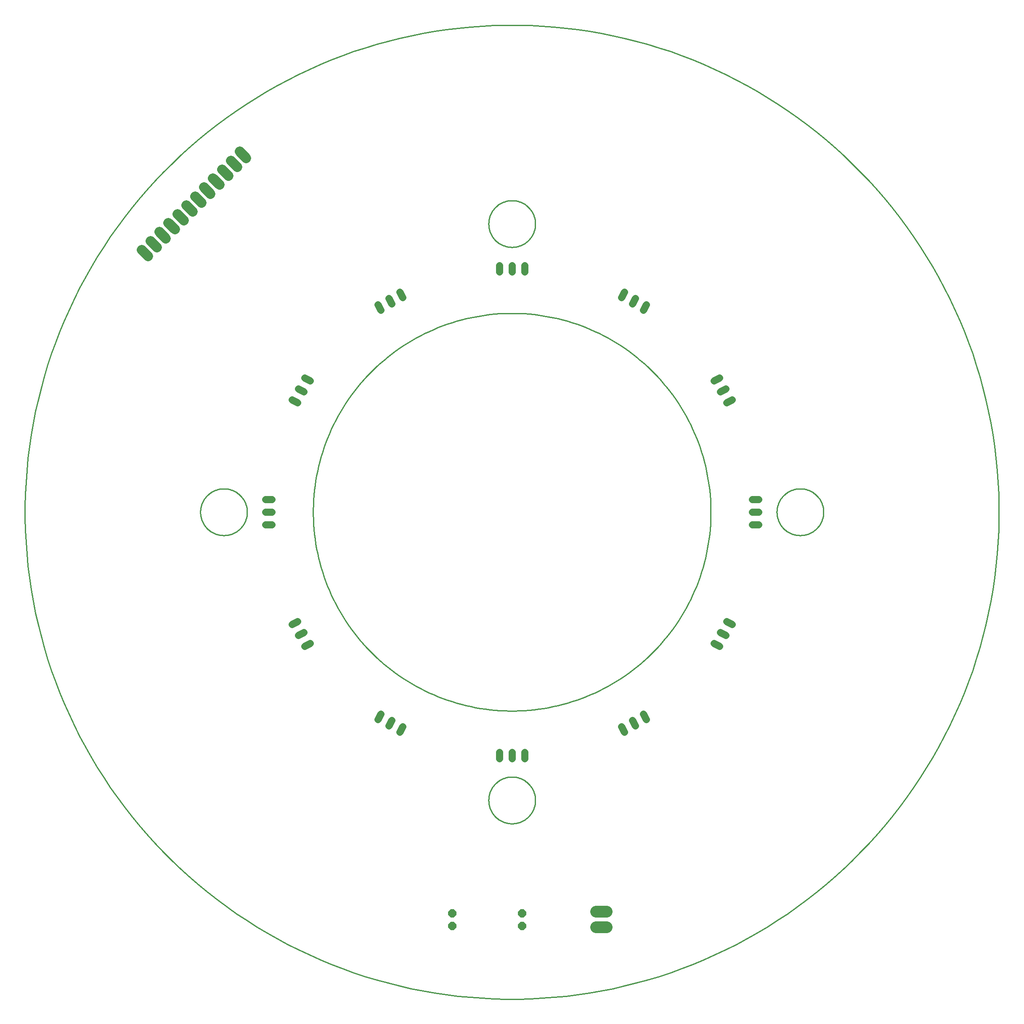
<source format=gbs>
G04 EAGLE Gerber RS-274X export*
G75*
%MOMM*%
%FSLAX34Y34*%
%LPD*%
%INSoldermask Bottom*%
%IPPOS*%
%AMOC8*
5,1,8,0,0,1.08239X$1,22.5*%
G01*
%ADD10P,1.803519X8X292.500000*%
%ADD11C,2.032000*%
%ADD12C,1.473200*%
%ADD13C,2.387600*%
%ADD14C,0.254000*%


D10*
X20000Y-807300D03*
X20000Y-832700D03*
X-120000Y-807300D03*
X-120000Y-832700D03*
D11*
X-534751Y712317D02*
X-547683Y725249D01*
X-565643Y707288D02*
X-552712Y694357D01*
X-570672Y676396D02*
X-583604Y689328D01*
X-601565Y671367D02*
X-588633Y658435D01*
X-606593Y640475D02*
X-619525Y653407D01*
X-637486Y635446D02*
X-624554Y622514D01*
X-642514Y604554D02*
X-655446Y617486D01*
X-673407Y599525D02*
X-660475Y586593D01*
X-678435Y568633D02*
X-691367Y581565D01*
X-709328Y563604D02*
X-696396Y550672D01*
X-714357Y532712D02*
X-727288Y545643D01*
X-745249Y527683D02*
X-732317Y514751D01*
D12*
X406153Y263822D02*
X417151Y270172D01*
X429851Y248175D02*
X418853Y241825D01*
X431553Y219828D02*
X442551Y226178D01*
X219828Y431553D02*
X226178Y442551D01*
X248175Y429851D02*
X241825Y418853D01*
X263822Y406153D02*
X270172Y417151D01*
X-25400Y483650D02*
X-25400Y496350D01*
X0Y496350D02*
X0Y483650D01*
X25400Y483650D02*
X25400Y496350D01*
X-263822Y406153D02*
X-270172Y417151D01*
X-248175Y429851D02*
X-241825Y418853D01*
X-219828Y431553D02*
X-226178Y442551D01*
X-431553Y219828D02*
X-442551Y226178D01*
X-429851Y248175D02*
X-418853Y241825D01*
X-406153Y263822D02*
X-417151Y270172D01*
X-483650Y-25400D02*
X-496350Y-25400D01*
X-496350Y0D02*
X-483650Y0D01*
X-483650Y25400D02*
X-496350Y25400D01*
X-406153Y-263822D02*
X-417151Y-270172D01*
X-429851Y-248175D02*
X-418853Y-241825D01*
X-431553Y-219828D02*
X-442551Y-226178D01*
X-219828Y-431553D02*
X-226178Y-442551D01*
X-248175Y-429851D02*
X-241825Y-418853D01*
X-263822Y-406153D02*
X-270172Y-417151D01*
X25400Y-483650D02*
X25400Y-496350D01*
X0Y-496350D02*
X0Y-483650D01*
X-25400Y-483650D02*
X-25400Y-496350D01*
X263822Y-406153D02*
X270172Y-417151D01*
X248175Y-429851D02*
X241825Y-418853D01*
X219828Y-431553D02*
X226178Y-442551D01*
X431553Y-219828D02*
X442551Y-226178D01*
X429851Y-248175D02*
X418853Y-241825D01*
X406153Y-263822D02*
X417151Y-270172D01*
D13*
X190922Y-836000D02*
X169078Y-836000D01*
X169078Y-804000D02*
X190922Y-804000D01*
D12*
X483650Y25400D02*
X496350Y25400D01*
X496350Y0D02*
X483650Y0D01*
X483650Y-25400D02*
X496350Y-25400D01*
D14*
X980000Y-12027D02*
X980000Y12027D01*
X979410Y36074D01*
X978229Y60099D01*
X976460Y84088D01*
X974102Y108026D01*
X971158Y131899D01*
X967628Y155693D01*
X963516Y179393D01*
X958823Y202984D01*
X953553Y226454D01*
X947708Y249787D01*
X941293Y272970D01*
X934310Y295988D01*
X926765Y318828D01*
X918661Y341476D01*
X910004Y363918D01*
X900799Y386141D01*
X891052Y408132D01*
X880767Y429876D01*
X869952Y451362D01*
X858613Y472576D01*
X846757Y493505D01*
X834391Y514137D01*
X821522Y534459D01*
X808158Y554459D01*
X794308Y574125D01*
X779979Y593446D01*
X765180Y612408D01*
X749920Y631002D01*
X734209Y649216D01*
X718055Y667039D01*
X701469Y684460D01*
X684460Y701469D01*
X667039Y718055D01*
X649216Y734209D01*
X631002Y749920D01*
X612408Y765180D01*
X593446Y779979D01*
X574125Y794308D01*
X554459Y808158D01*
X534459Y821522D01*
X514137Y834391D01*
X493505Y846757D01*
X472576Y858613D01*
X451362Y869952D01*
X429876Y880767D01*
X408132Y891052D01*
X386141Y900799D01*
X363918Y910004D01*
X341476Y918661D01*
X318828Y926765D01*
X295988Y934310D01*
X272970Y941293D01*
X249787Y947708D01*
X226454Y953553D01*
X202984Y958823D01*
X179393Y963516D01*
X155693Y967628D01*
X131899Y971158D01*
X108026Y974102D01*
X84088Y976460D01*
X60099Y978229D01*
X36074Y979410D01*
X12027Y980000D01*
X-12027Y980000D01*
X-36074Y979410D01*
X-60099Y978229D01*
X-84088Y976460D01*
X-108026Y974102D01*
X-131899Y971158D01*
X-155693Y967628D01*
X-179393Y963516D01*
X-202984Y958823D01*
X-226454Y953553D01*
X-249787Y947708D01*
X-272970Y941293D01*
X-295988Y934310D01*
X-318828Y926765D01*
X-341476Y918661D01*
X-363918Y910004D01*
X-386141Y900799D01*
X-408132Y891052D01*
X-429876Y880767D01*
X-451362Y869952D01*
X-472576Y858613D01*
X-493505Y846757D01*
X-514137Y834391D01*
X-534459Y821522D01*
X-554459Y808158D01*
X-574125Y794308D01*
X-593446Y779979D01*
X-612408Y765180D01*
X-631002Y749920D01*
X-649216Y734209D01*
X-667039Y718055D01*
X-684460Y701469D01*
X-701469Y684460D01*
X-718055Y667039D01*
X-734209Y649216D01*
X-749920Y631002D01*
X-765180Y612408D01*
X-779979Y593446D01*
X-794308Y574125D01*
X-808158Y554459D01*
X-821522Y534459D01*
X-834391Y514137D01*
X-846757Y493505D01*
X-858613Y472576D01*
X-869952Y451362D01*
X-880767Y429876D01*
X-891052Y408132D01*
X-900799Y386141D01*
X-910004Y363918D01*
X-918661Y341476D01*
X-926765Y318828D01*
X-934310Y295988D01*
X-941293Y272970D01*
X-947708Y249787D01*
X-953553Y226454D01*
X-958823Y202984D01*
X-963516Y179393D01*
X-967628Y155693D01*
X-971158Y131899D01*
X-974102Y108026D01*
X-976460Y84088D01*
X-978229Y60099D01*
X-979410Y36074D01*
X-980000Y12027D01*
X-980000Y-12027D01*
X-979410Y-36074D01*
X-978229Y-60099D01*
X-976460Y-84088D01*
X-974102Y-108026D01*
X-971158Y-131899D01*
X-967628Y-155693D01*
X-963516Y-179393D01*
X-958823Y-202984D01*
X-953553Y-226454D01*
X-947708Y-249787D01*
X-941293Y-272970D01*
X-934310Y-295988D01*
X-926765Y-318828D01*
X-918661Y-341476D01*
X-910004Y-363918D01*
X-900799Y-386141D01*
X-891052Y-408132D01*
X-880767Y-429876D01*
X-869952Y-451362D01*
X-858613Y-472576D01*
X-846757Y-493505D01*
X-834391Y-514137D01*
X-821522Y-534459D01*
X-808158Y-554459D01*
X-794308Y-574125D01*
X-779979Y-593446D01*
X-765180Y-612408D01*
X-749920Y-631002D01*
X-734209Y-649216D01*
X-718055Y-667039D01*
X-701469Y-684460D01*
X-684460Y-701469D01*
X-667039Y-718055D01*
X-649216Y-734209D01*
X-631002Y-749920D01*
X-612408Y-765180D01*
X-593446Y-779979D01*
X-574125Y-794308D01*
X-554459Y-808158D01*
X-534459Y-821522D01*
X-514137Y-834391D01*
X-493505Y-846757D01*
X-472576Y-858613D01*
X-451362Y-869952D01*
X-429876Y-880767D01*
X-408132Y-891052D01*
X-386141Y-900799D01*
X-363918Y-910004D01*
X-341476Y-918661D01*
X-318828Y-926765D01*
X-295988Y-934310D01*
X-272970Y-941293D01*
X-249787Y-947708D01*
X-226454Y-953553D01*
X-202984Y-958823D01*
X-179393Y-963516D01*
X-155693Y-967628D01*
X-131899Y-971158D01*
X-108026Y-974102D01*
X-84088Y-976460D01*
X-60099Y-978229D01*
X-36074Y-979410D01*
X-12027Y-980000D01*
X12027Y-980000D01*
X36074Y-979410D01*
X60099Y-978229D01*
X84088Y-976460D01*
X108026Y-974102D01*
X131899Y-971158D01*
X155693Y-967628D01*
X179393Y-963516D01*
X202984Y-958823D01*
X226454Y-953553D01*
X249787Y-947708D01*
X272970Y-941293D01*
X295988Y-934310D01*
X318828Y-926765D01*
X341476Y-918661D01*
X363918Y-910004D01*
X386141Y-900799D01*
X408132Y-891052D01*
X429876Y-880767D01*
X451362Y-869952D01*
X472576Y-858613D01*
X493505Y-846757D01*
X514137Y-834391D01*
X534459Y-821522D01*
X554459Y-808158D01*
X574125Y-794308D01*
X593446Y-779979D01*
X612408Y-765180D01*
X631002Y-749920D01*
X649216Y-734209D01*
X667039Y-718055D01*
X684460Y-701469D01*
X701469Y-684460D01*
X718055Y-667039D01*
X734209Y-649216D01*
X749920Y-631002D01*
X765180Y-612408D01*
X779979Y-593446D01*
X794308Y-574125D01*
X808158Y-554459D01*
X821522Y-534459D01*
X834391Y-514137D01*
X846757Y-493505D01*
X858613Y-472576D01*
X869952Y-451362D01*
X880767Y-429876D01*
X891052Y-408132D01*
X900799Y-386141D01*
X910004Y-363918D01*
X918661Y-341476D01*
X926765Y-318828D01*
X934310Y-295988D01*
X941293Y-272970D01*
X947708Y-249787D01*
X953553Y-226454D01*
X958823Y-202984D01*
X963516Y-179393D01*
X967628Y-155693D01*
X971158Y-131899D01*
X974102Y-108026D01*
X976460Y-84088D01*
X978229Y-60099D01*
X979410Y-36074D01*
X980000Y-12027D01*
X627000Y-923D02*
X627000Y923D01*
X626928Y2767D01*
X626783Y4608D01*
X626566Y6441D01*
X626277Y8264D01*
X625917Y10074D01*
X625486Y11869D01*
X624985Y13646D01*
X624414Y15402D01*
X623776Y17133D01*
X623069Y18839D01*
X622296Y20515D01*
X621458Y22160D01*
X620556Y23770D01*
X619592Y25344D01*
X618566Y26879D01*
X617481Y28373D01*
X616339Y29822D01*
X615140Y31226D01*
X613887Y32581D01*
X612581Y33887D01*
X611226Y35140D01*
X609822Y36339D01*
X608373Y37481D01*
X606879Y38566D01*
X605344Y39592D01*
X603770Y40556D01*
X602160Y41458D01*
X600515Y42296D01*
X598839Y43069D01*
X597133Y43776D01*
X595402Y44414D01*
X593646Y44985D01*
X591869Y45486D01*
X590074Y45917D01*
X588264Y46277D01*
X586441Y46566D01*
X584608Y46783D01*
X582767Y46928D01*
X580923Y47000D01*
X579077Y47000D01*
X577233Y46928D01*
X575392Y46783D01*
X573559Y46566D01*
X571736Y46277D01*
X569926Y45917D01*
X568131Y45486D01*
X566354Y44985D01*
X564598Y44414D01*
X562867Y43776D01*
X561161Y43069D01*
X559485Y42296D01*
X557840Y41458D01*
X556230Y40556D01*
X554656Y39592D01*
X553121Y38566D01*
X551627Y37481D01*
X550178Y36339D01*
X548774Y35140D01*
X547419Y33887D01*
X546113Y32581D01*
X544860Y31226D01*
X543662Y29822D01*
X542519Y28373D01*
X541434Y26879D01*
X540408Y25344D01*
X539444Y23770D01*
X538542Y22160D01*
X537704Y20515D01*
X536931Y18839D01*
X536224Y17133D01*
X535586Y15402D01*
X535015Y13646D01*
X534514Y11869D01*
X534083Y10074D01*
X533723Y8264D01*
X533434Y6441D01*
X533217Y4608D01*
X533072Y2767D01*
X533000Y923D01*
X533000Y-923D01*
X533072Y-2767D01*
X533217Y-4608D01*
X533434Y-6441D01*
X533723Y-8264D01*
X534083Y-10074D01*
X534514Y-11869D01*
X535015Y-13646D01*
X535586Y-15402D01*
X536224Y-17133D01*
X536931Y-18839D01*
X537704Y-20515D01*
X538542Y-22160D01*
X539444Y-23770D01*
X540408Y-25344D01*
X541434Y-26879D01*
X542519Y-28373D01*
X543662Y-29822D01*
X544860Y-31226D01*
X546113Y-32581D01*
X547419Y-33887D01*
X548774Y-35140D01*
X550178Y-36339D01*
X551627Y-37481D01*
X553121Y-38566D01*
X554656Y-39592D01*
X556230Y-40556D01*
X557840Y-41458D01*
X559485Y-42296D01*
X561161Y-43069D01*
X562867Y-43776D01*
X564598Y-44414D01*
X566354Y-44985D01*
X568131Y-45486D01*
X569926Y-45917D01*
X571736Y-46277D01*
X573559Y-46566D01*
X575392Y-46783D01*
X577233Y-46928D01*
X579077Y-47000D01*
X580923Y-47000D01*
X582767Y-46928D01*
X584608Y-46783D01*
X586441Y-46566D01*
X588264Y-46277D01*
X590074Y-45917D01*
X591869Y-45486D01*
X593646Y-44985D01*
X595402Y-44414D01*
X597133Y-43776D01*
X598839Y-43069D01*
X600515Y-42296D01*
X602160Y-41458D01*
X603770Y-40556D01*
X605344Y-39592D01*
X606879Y-38566D01*
X608373Y-37481D01*
X609822Y-36339D01*
X611226Y-35140D01*
X612581Y-33887D01*
X613887Y-32581D01*
X615140Y-31226D01*
X616339Y-29822D01*
X617481Y-28373D01*
X618566Y-26879D01*
X619592Y-25344D01*
X620556Y-23770D01*
X621458Y-22160D01*
X622296Y-20515D01*
X623069Y-18839D01*
X623776Y-17133D01*
X624414Y-15402D01*
X624985Y-13646D01*
X625486Y-11869D01*
X625917Y-10074D01*
X626277Y-8264D01*
X626566Y-6441D01*
X626783Y-4608D01*
X626928Y-2767D01*
X627000Y-923D01*
X47000Y579077D02*
X47000Y580923D01*
X46928Y582767D01*
X46783Y584608D01*
X46566Y586441D01*
X46277Y588264D01*
X45917Y590074D01*
X45486Y591869D01*
X44985Y593646D01*
X44414Y595402D01*
X43776Y597133D01*
X43069Y598839D01*
X42296Y600515D01*
X41458Y602160D01*
X40556Y603770D01*
X39592Y605344D01*
X38566Y606879D01*
X37481Y608373D01*
X36339Y609822D01*
X35140Y611226D01*
X33887Y612581D01*
X32581Y613887D01*
X31226Y615140D01*
X29822Y616339D01*
X28373Y617481D01*
X26879Y618566D01*
X25344Y619592D01*
X23770Y620556D01*
X22160Y621458D01*
X20515Y622296D01*
X18839Y623069D01*
X17133Y623776D01*
X15402Y624414D01*
X13646Y624985D01*
X11869Y625486D01*
X10074Y625917D01*
X8264Y626277D01*
X6441Y626566D01*
X4608Y626783D01*
X2767Y626928D01*
X923Y627000D01*
X-923Y627000D01*
X-2767Y626928D01*
X-4608Y626783D01*
X-6441Y626566D01*
X-8264Y626277D01*
X-10074Y625917D01*
X-11869Y625486D01*
X-13646Y624985D01*
X-15402Y624414D01*
X-17133Y623776D01*
X-18839Y623069D01*
X-20515Y622296D01*
X-22160Y621458D01*
X-23770Y620556D01*
X-25344Y619592D01*
X-26879Y618566D01*
X-28373Y617481D01*
X-29822Y616339D01*
X-31226Y615140D01*
X-32581Y613887D01*
X-33887Y612581D01*
X-35140Y611226D01*
X-36339Y609822D01*
X-37481Y608373D01*
X-38566Y606879D01*
X-39592Y605344D01*
X-40556Y603770D01*
X-41458Y602160D01*
X-42296Y600515D01*
X-43069Y598839D01*
X-43776Y597133D01*
X-44414Y595402D01*
X-44985Y593646D01*
X-45486Y591869D01*
X-45917Y590074D01*
X-46277Y588264D01*
X-46566Y586441D01*
X-46783Y584608D01*
X-46928Y582767D01*
X-47000Y580923D01*
X-47000Y579077D01*
X-46928Y577233D01*
X-46783Y575392D01*
X-46566Y573559D01*
X-46277Y571736D01*
X-45917Y569926D01*
X-45486Y568131D01*
X-44985Y566354D01*
X-44414Y564598D01*
X-43776Y562867D01*
X-43069Y561161D01*
X-42296Y559485D01*
X-41458Y557840D01*
X-40556Y556230D01*
X-39592Y554656D01*
X-38566Y553121D01*
X-37481Y551627D01*
X-36339Y550178D01*
X-35140Y548774D01*
X-33887Y547419D01*
X-32581Y546113D01*
X-31226Y544860D01*
X-29822Y543662D01*
X-28373Y542519D01*
X-26879Y541434D01*
X-25344Y540408D01*
X-23770Y539444D01*
X-22160Y538542D01*
X-20515Y537704D01*
X-18839Y536931D01*
X-17133Y536224D01*
X-15402Y535586D01*
X-13646Y535015D01*
X-11869Y534514D01*
X-10074Y534083D01*
X-8264Y533723D01*
X-6441Y533434D01*
X-4608Y533217D01*
X-2767Y533072D01*
X-923Y533000D01*
X923Y533000D01*
X2767Y533072D01*
X4608Y533217D01*
X6441Y533434D01*
X8264Y533723D01*
X10074Y534083D01*
X11869Y534514D01*
X13646Y535015D01*
X15402Y535586D01*
X17133Y536224D01*
X18839Y536931D01*
X20515Y537704D01*
X22160Y538542D01*
X23770Y539444D01*
X25344Y540408D01*
X26879Y541434D01*
X28373Y542519D01*
X29822Y543662D01*
X31226Y544860D01*
X32581Y546113D01*
X33887Y547419D01*
X35140Y548774D01*
X36339Y550178D01*
X37481Y551627D01*
X38566Y553121D01*
X39592Y554656D01*
X40556Y556230D01*
X41458Y557840D01*
X42296Y559485D01*
X43069Y561161D01*
X43776Y562867D01*
X44414Y564598D01*
X44985Y566354D01*
X45486Y568131D01*
X45917Y569926D01*
X46277Y571736D01*
X46566Y573559D01*
X46783Y575392D01*
X46928Y577233D01*
X47000Y579077D01*
X-533000Y-923D02*
X-533000Y923D01*
X-533072Y2767D01*
X-533217Y4608D01*
X-533434Y6441D01*
X-533723Y8264D01*
X-534083Y10074D01*
X-534514Y11869D01*
X-535015Y13646D01*
X-535586Y15402D01*
X-536224Y17133D01*
X-536931Y18839D01*
X-537704Y20515D01*
X-538542Y22160D01*
X-539444Y23770D01*
X-540408Y25344D01*
X-541434Y26879D01*
X-542519Y28373D01*
X-543662Y29822D01*
X-544860Y31226D01*
X-546113Y32581D01*
X-547419Y33887D01*
X-548774Y35140D01*
X-550178Y36339D01*
X-551627Y37481D01*
X-553121Y38566D01*
X-554656Y39592D01*
X-556230Y40556D01*
X-557840Y41458D01*
X-559485Y42296D01*
X-561161Y43069D01*
X-562867Y43776D01*
X-564598Y44414D01*
X-566354Y44985D01*
X-568131Y45486D01*
X-569926Y45917D01*
X-571736Y46277D01*
X-573559Y46566D01*
X-575392Y46783D01*
X-577233Y46928D01*
X-579077Y47000D01*
X-580923Y47000D01*
X-582767Y46928D01*
X-584608Y46783D01*
X-586441Y46566D01*
X-588264Y46277D01*
X-590074Y45917D01*
X-591869Y45486D01*
X-593646Y44985D01*
X-595402Y44414D01*
X-597133Y43776D01*
X-598839Y43069D01*
X-600515Y42296D01*
X-602160Y41458D01*
X-603770Y40556D01*
X-605344Y39592D01*
X-606879Y38566D01*
X-608373Y37481D01*
X-609822Y36339D01*
X-611226Y35140D01*
X-612581Y33887D01*
X-613887Y32581D01*
X-615140Y31226D01*
X-616339Y29822D01*
X-617481Y28373D01*
X-618566Y26879D01*
X-619592Y25344D01*
X-620556Y23770D01*
X-621458Y22160D01*
X-622296Y20515D01*
X-623069Y18839D01*
X-623776Y17133D01*
X-624414Y15402D01*
X-624985Y13646D01*
X-625486Y11869D01*
X-625917Y10074D01*
X-626277Y8264D01*
X-626566Y6441D01*
X-626783Y4608D01*
X-626928Y2767D01*
X-627000Y923D01*
X-627000Y-923D01*
X-626928Y-2767D01*
X-626783Y-4608D01*
X-626566Y-6441D01*
X-626277Y-8264D01*
X-625917Y-10074D01*
X-625486Y-11869D01*
X-624985Y-13646D01*
X-624414Y-15402D01*
X-623776Y-17133D01*
X-623069Y-18839D01*
X-622296Y-20515D01*
X-621458Y-22160D01*
X-620556Y-23770D01*
X-619592Y-25344D01*
X-618566Y-26879D01*
X-617481Y-28373D01*
X-616339Y-29822D01*
X-615140Y-31226D01*
X-613887Y-32581D01*
X-612581Y-33887D01*
X-611226Y-35140D01*
X-609822Y-36339D01*
X-608373Y-37481D01*
X-606879Y-38566D01*
X-605344Y-39592D01*
X-603770Y-40556D01*
X-602160Y-41458D01*
X-600515Y-42296D01*
X-598839Y-43069D01*
X-597133Y-43776D01*
X-595402Y-44414D01*
X-593646Y-44985D01*
X-591869Y-45486D01*
X-590074Y-45917D01*
X-588264Y-46277D01*
X-586441Y-46566D01*
X-584608Y-46783D01*
X-582767Y-46928D01*
X-580923Y-47000D01*
X-579077Y-47000D01*
X-577233Y-46928D01*
X-575392Y-46783D01*
X-573559Y-46566D01*
X-571736Y-46277D01*
X-569926Y-45917D01*
X-568131Y-45486D01*
X-566354Y-44985D01*
X-564598Y-44414D01*
X-562867Y-43776D01*
X-561161Y-43069D01*
X-559485Y-42296D01*
X-557840Y-41458D01*
X-556230Y-40556D01*
X-554656Y-39592D01*
X-553121Y-38566D01*
X-551627Y-37481D01*
X-550178Y-36339D01*
X-548774Y-35140D01*
X-547419Y-33887D01*
X-546113Y-32581D01*
X-544860Y-31226D01*
X-543662Y-29822D01*
X-542519Y-28373D01*
X-541434Y-26879D01*
X-540408Y-25344D01*
X-539444Y-23770D01*
X-538542Y-22160D01*
X-537704Y-20515D01*
X-536931Y-18839D01*
X-536224Y-17133D01*
X-535586Y-15402D01*
X-535015Y-13646D01*
X-534514Y-11869D01*
X-534083Y-10074D01*
X-533723Y-8264D01*
X-533434Y-6441D01*
X-533217Y-4608D01*
X-533072Y-2767D01*
X-533000Y-923D01*
X47000Y-580923D02*
X47000Y-579077D01*
X46928Y-577233D01*
X46783Y-575392D01*
X46566Y-573559D01*
X46277Y-571736D01*
X45917Y-569926D01*
X45486Y-568131D01*
X44985Y-566354D01*
X44414Y-564598D01*
X43776Y-562867D01*
X43069Y-561161D01*
X42296Y-559485D01*
X41458Y-557840D01*
X40556Y-556230D01*
X39592Y-554656D01*
X38566Y-553121D01*
X37481Y-551627D01*
X36339Y-550178D01*
X35140Y-548774D01*
X33887Y-547419D01*
X32581Y-546113D01*
X31226Y-544860D01*
X29822Y-543662D01*
X28373Y-542519D01*
X26879Y-541434D01*
X25344Y-540408D01*
X23770Y-539444D01*
X22160Y-538542D01*
X20515Y-537704D01*
X18839Y-536931D01*
X17133Y-536224D01*
X15402Y-535586D01*
X13646Y-535015D01*
X11869Y-534514D01*
X10074Y-534083D01*
X8264Y-533723D01*
X6441Y-533434D01*
X4608Y-533217D01*
X2767Y-533072D01*
X923Y-533000D01*
X-923Y-533000D01*
X-2767Y-533072D01*
X-4608Y-533217D01*
X-6441Y-533434D01*
X-8264Y-533723D01*
X-10074Y-534083D01*
X-11869Y-534514D01*
X-13646Y-535015D01*
X-15402Y-535586D01*
X-17133Y-536224D01*
X-18839Y-536931D01*
X-20515Y-537704D01*
X-22160Y-538542D01*
X-23770Y-539444D01*
X-25344Y-540408D01*
X-26879Y-541434D01*
X-28373Y-542519D01*
X-29822Y-543662D01*
X-31226Y-544860D01*
X-32581Y-546113D01*
X-33887Y-547419D01*
X-35140Y-548774D01*
X-36339Y-550178D01*
X-37481Y-551627D01*
X-38566Y-553121D01*
X-39592Y-554656D01*
X-40556Y-556230D01*
X-41458Y-557840D01*
X-42296Y-559485D01*
X-43069Y-561161D01*
X-43776Y-562867D01*
X-44414Y-564598D01*
X-44985Y-566354D01*
X-45486Y-568131D01*
X-45917Y-569926D01*
X-46277Y-571736D01*
X-46566Y-573559D01*
X-46783Y-575392D01*
X-46928Y-577233D01*
X-47000Y-579077D01*
X-47000Y-580923D01*
X-46928Y-582767D01*
X-46783Y-584608D01*
X-46566Y-586441D01*
X-46277Y-588264D01*
X-45917Y-590074D01*
X-45486Y-591869D01*
X-44985Y-593646D01*
X-44414Y-595402D01*
X-43776Y-597133D01*
X-43069Y-598839D01*
X-42296Y-600515D01*
X-41458Y-602160D01*
X-40556Y-603770D01*
X-39592Y-605344D01*
X-38566Y-606879D01*
X-37481Y-608373D01*
X-36339Y-609822D01*
X-35140Y-611226D01*
X-33887Y-612581D01*
X-32581Y-613887D01*
X-31226Y-615140D01*
X-29822Y-616339D01*
X-28373Y-617481D01*
X-26879Y-618566D01*
X-25344Y-619592D01*
X-23770Y-620556D01*
X-22160Y-621458D01*
X-20515Y-622296D01*
X-18839Y-623069D01*
X-17133Y-623776D01*
X-15402Y-624414D01*
X-13646Y-624985D01*
X-11869Y-625486D01*
X-10074Y-625917D01*
X-8264Y-626277D01*
X-6441Y-626566D01*
X-4608Y-626783D01*
X-2767Y-626928D01*
X-923Y-627000D01*
X923Y-627000D01*
X2767Y-626928D01*
X4608Y-626783D01*
X6441Y-626566D01*
X8264Y-626277D01*
X10074Y-625917D01*
X11869Y-625486D01*
X13646Y-624985D01*
X15402Y-624414D01*
X17133Y-623776D01*
X18839Y-623069D01*
X20515Y-622296D01*
X22160Y-621458D01*
X23770Y-620556D01*
X25344Y-619592D01*
X26879Y-618566D01*
X28373Y-617481D01*
X29822Y-616339D01*
X31226Y-615140D01*
X32581Y-613887D01*
X33887Y-612581D01*
X35140Y-611226D01*
X36339Y-609822D01*
X37481Y-608373D01*
X38566Y-606879D01*
X39592Y-605344D01*
X40556Y-603770D01*
X41458Y-602160D01*
X42296Y-600515D01*
X43069Y-598839D01*
X43776Y-597133D01*
X44414Y-595402D01*
X44985Y-593646D01*
X45486Y-591869D01*
X45917Y-590074D01*
X46277Y-588264D01*
X46566Y-586441D01*
X46783Y-584608D01*
X46928Y-582767D01*
X47000Y-580923D01*
X400000Y-4909D02*
X400000Y4909D01*
X399759Y14724D01*
X399277Y24530D01*
X398555Y34322D01*
X397593Y44092D01*
X396391Y53836D01*
X394950Y63548D01*
X393272Y73221D01*
X391356Y82851D01*
X389205Y92430D01*
X386820Y101954D01*
X384201Y111416D01*
X381351Y120811D01*
X378271Y130134D01*
X374964Y139378D01*
X371430Y148538D01*
X367673Y157609D01*
X363695Y166584D01*
X359497Y175460D01*
X355083Y184229D01*
X350454Y192888D01*
X345615Y201431D01*
X340568Y209852D01*
X335315Y218146D01*
X329861Y226310D01*
X324207Y234337D01*
X318359Y242223D01*
X312318Y249963D01*
X306090Y257552D01*
X299677Y264986D01*
X293084Y272261D01*
X286314Y279372D01*
X279372Y286314D01*
X272261Y293084D01*
X264986Y299677D01*
X257552Y306090D01*
X249963Y312318D01*
X242223Y318359D01*
X234337Y324207D01*
X226310Y329861D01*
X218146Y335315D01*
X209852Y340568D01*
X201431Y345615D01*
X192888Y350454D01*
X184229Y355083D01*
X175460Y359497D01*
X166584Y363695D01*
X157609Y367673D01*
X148538Y371430D01*
X139378Y374964D01*
X130134Y378271D01*
X120811Y381351D01*
X111416Y384201D01*
X101954Y386820D01*
X92430Y389205D01*
X82851Y391356D01*
X73221Y393272D01*
X63548Y394950D01*
X53836Y396391D01*
X44092Y397593D01*
X34322Y398555D01*
X24530Y399277D01*
X14724Y399759D01*
X4909Y400000D01*
X-4909Y400000D01*
X-14724Y399759D01*
X-24530Y399277D01*
X-34322Y398555D01*
X-44092Y397593D01*
X-53836Y396391D01*
X-63548Y394950D01*
X-73221Y393272D01*
X-82851Y391356D01*
X-92430Y389205D01*
X-101954Y386820D01*
X-111416Y384201D01*
X-120811Y381351D01*
X-130134Y378271D01*
X-139378Y374964D01*
X-148538Y371430D01*
X-157609Y367673D01*
X-166584Y363695D01*
X-175460Y359497D01*
X-184229Y355083D01*
X-192888Y350454D01*
X-201431Y345615D01*
X-209852Y340568D01*
X-218146Y335315D01*
X-226310Y329861D01*
X-234337Y324207D01*
X-242223Y318359D01*
X-249963Y312318D01*
X-257552Y306090D01*
X-264986Y299677D01*
X-272261Y293084D01*
X-279372Y286314D01*
X-286314Y279372D01*
X-293084Y272261D01*
X-299677Y264986D01*
X-306090Y257552D01*
X-312318Y249963D01*
X-318359Y242223D01*
X-324207Y234337D01*
X-329861Y226310D01*
X-335315Y218146D01*
X-340568Y209852D01*
X-345615Y201431D01*
X-350454Y192888D01*
X-355083Y184229D01*
X-359497Y175460D01*
X-363695Y166584D01*
X-367673Y157609D01*
X-371430Y148538D01*
X-374964Y139378D01*
X-378271Y130134D01*
X-381351Y120811D01*
X-384201Y111416D01*
X-386820Y101954D01*
X-389205Y92430D01*
X-391356Y82851D01*
X-393272Y73221D01*
X-394950Y63548D01*
X-396391Y53836D01*
X-397593Y44092D01*
X-398555Y34322D01*
X-399277Y24530D01*
X-399759Y14724D01*
X-400000Y4909D01*
X-400000Y-4909D01*
X-399759Y-14724D01*
X-399277Y-24530D01*
X-398555Y-34322D01*
X-397593Y-44092D01*
X-396391Y-53836D01*
X-394950Y-63548D01*
X-393272Y-73221D01*
X-391356Y-82851D01*
X-389205Y-92430D01*
X-386820Y-101954D01*
X-384201Y-111416D01*
X-381351Y-120811D01*
X-378271Y-130134D01*
X-374964Y-139378D01*
X-371430Y-148538D01*
X-367673Y-157609D01*
X-363695Y-166584D01*
X-359497Y-175460D01*
X-355083Y-184229D01*
X-350454Y-192888D01*
X-345615Y-201431D01*
X-340568Y-209852D01*
X-335315Y-218146D01*
X-329861Y-226310D01*
X-324207Y-234337D01*
X-318359Y-242223D01*
X-312318Y-249963D01*
X-306090Y-257552D01*
X-299677Y-264986D01*
X-293084Y-272261D01*
X-286314Y-279372D01*
X-279372Y-286314D01*
X-272261Y-293084D01*
X-264986Y-299677D01*
X-257552Y-306090D01*
X-249963Y-312318D01*
X-242223Y-318359D01*
X-234337Y-324207D01*
X-226310Y-329861D01*
X-218146Y-335315D01*
X-209852Y-340568D01*
X-201431Y-345615D01*
X-192888Y-350454D01*
X-184229Y-355083D01*
X-175460Y-359497D01*
X-166584Y-363695D01*
X-157609Y-367673D01*
X-148538Y-371430D01*
X-139378Y-374964D01*
X-130134Y-378271D01*
X-120811Y-381351D01*
X-111416Y-384201D01*
X-101954Y-386820D01*
X-92430Y-389205D01*
X-82851Y-391356D01*
X-73221Y-393272D01*
X-63548Y-394950D01*
X-53836Y-396391D01*
X-44092Y-397593D01*
X-34322Y-398555D01*
X-24530Y-399277D01*
X-14724Y-399759D01*
X-4909Y-400000D01*
X4909Y-400000D01*
X14724Y-399759D01*
X24530Y-399277D01*
X34322Y-398555D01*
X44092Y-397593D01*
X53836Y-396391D01*
X63548Y-394950D01*
X73221Y-393272D01*
X82851Y-391356D01*
X92430Y-389205D01*
X101954Y-386820D01*
X111416Y-384201D01*
X120811Y-381351D01*
X130134Y-378271D01*
X139378Y-374964D01*
X148538Y-371430D01*
X157609Y-367673D01*
X166584Y-363695D01*
X175460Y-359497D01*
X184229Y-355083D01*
X192888Y-350454D01*
X201431Y-345615D01*
X209852Y-340568D01*
X218146Y-335315D01*
X226310Y-329861D01*
X234337Y-324207D01*
X242223Y-318359D01*
X249963Y-312318D01*
X257552Y-306090D01*
X264986Y-299677D01*
X272261Y-293084D01*
X279372Y-286314D01*
X286314Y-279372D01*
X293084Y-272261D01*
X299677Y-264986D01*
X306090Y-257552D01*
X312318Y-249963D01*
X318359Y-242223D01*
X324207Y-234337D01*
X329861Y-226310D01*
X335315Y-218146D01*
X340568Y-209852D01*
X345615Y-201431D01*
X350454Y-192888D01*
X355083Y-184229D01*
X359497Y-175460D01*
X363695Y-166584D01*
X367673Y-157609D01*
X371430Y-148538D01*
X374964Y-139378D01*
X378271Y-130134D01*
X381351Y-120811D01*
X384201Y-111416D01*
X386820Y-101954D01*
X389205Y-92430D01*
X391356Y-82851D01*
X393272Y-73221D01*
X394950Y-63548D01*
X396391Y-53836D01*
X397593Y-44092D01*
X398555Y-34322D01*
X399277Y-24530D01*
X399759Y-14724D01*
X400000Y-4909D01*
M02*

</source>
